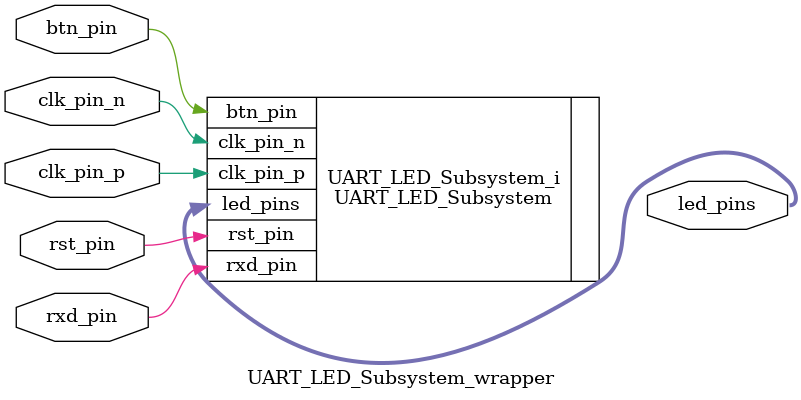
<source format=v>
`timescale 1 ps / 1 ps

module UART_LED_Subsystem_wrapper
   (btn_pin,
    clk_pin_n,
    clk_pin_p,
    led_pins,
    rst_pin,
    rxd_pin);
  input btn_pin;
  input [0:0]clk_pin_n;
  input [0:0]clk_pin_p;
  output [7:0]led_pins;
  input rst_pin;
  input rxd_pin;

  wire btn_pin;
  wire [0:0]clk_pin_n;
  wire [0:0]clk_pin_p;
  wire [7:0]led_pins;
  wire rst_pin;
  wire rxd_pin;

  UART_LED_Subsystem UART_LED_Subsystem_i
       (.btn_pin(btn_pin),
        .clk_pin_n(clk_pin_n),
        .clk_pin_p(clk_pin_p),
        .led_pins(led_pins),
        .rst_pin(rst_pin),
        .rxd_pin(rxd_pin));
endmodule

</source>
